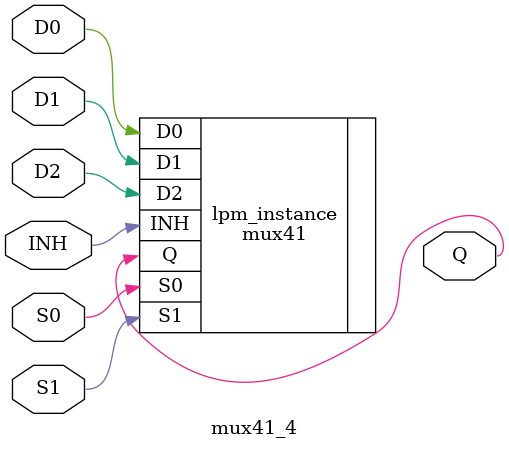
<source format=v>



module mux41_4(S0,D2,S1,D0,INH,D1,Q);
input S0;
input D2;
input S1;
input D0;
input INH;
input D1;
output Q;

mux41	lpm_instance(.S0(S0),.D2(D2),.S1(S1),.D0(D0),.INH(INH),.D1(D1),.Q(Q));

endmodule

</source>
